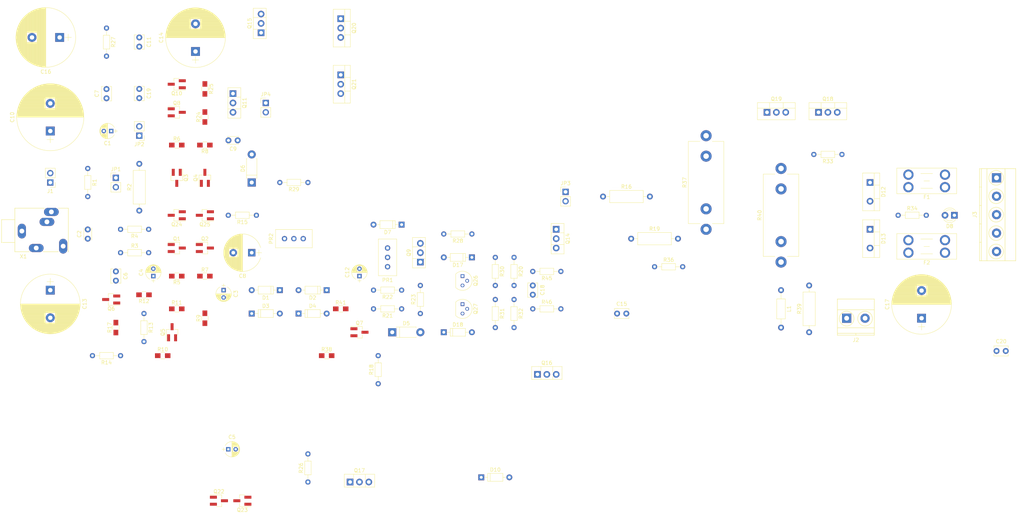
<source format=kicad_pcb>
(kicad_pcb (version 4) (host pcbnew 4.0.7)
  (layers (0 F.Cu mixed) (31 B.Cu mixed) (34 B.Paste user) (35 F.Paste user) (36 B.SilkS user) (37 F.SilkS user) (38 B.Mask user) (39 F.Mask user) (44 Edge.Cuts user))
  (net 0 "")
  (net 1 "Net-(C1-Pad1)")
  (net 2 "Net-(C1-Pad2)")
  (net 3 "Net-(C2-Pad1)")
  (net 4 GND)
  (net 5 "Net-(C3-Pad1)")
  (net 6 "Net-(C3-Pad2)")
  (net 7 "Net-(C13-Pad1)")
  (net 8 "Net-(C4-Pad2)")
  (net 9 "Net-(C5-Pad2)")
  (net 10 "Net-(C10-Pad2)")
  (net 11 "Net-(C8-Pad1)")
  (net 12 "Net-(C9-Pad1)")
  (net 13 "Net-(C9-Pad2)")
  (net 14 "Net-(C11-Pad1)")
  (net 15 "Net-(C12-Pad1)")
  (net 16 "Net-(C12-Pad2)")
  (net 17 "Net-(C15-Pad1)")
  (net 18 +VCC_15V)
  (net 19 VEE_-15V)
  (net 20 "Net-(C18-Pad1)")
  (net 21 "Net-(C18-Pad2)")
  (net 22 "Net-(D1-Pad1)")
  (net 23 "Net-(D3-Pad2)")
  (net 24 "Net-(D10-Pad2)")
  (net 25 "Net-(D5-Pad2)")
  (net 26 "Net-(D6-Pad2)")
  (net 27 "Net-(D7-Pad2)")
  (net 28 "Net-(D8-Pad2)")
  (net 29 "Net-(D10-Pad1)")
  (net 30 "Net-(D12-Pad1)")
  (net 31 "Net-(D13-Pad2)")
  (net 32 "Net-(D17-Pad1)")
  (net 33 "Net-(D17-Pad2)")
  (net 34 "Net-(D18-Pad1)")
  (net 35 "Net-(D18-Pad2)")
  (net 36 +VCC_40V)
  (net 37 VEE_-40V)
  (net 38 "Net-(J2-Pad1)")
  (net 39 "Net-(JP2-Pad1)")
  (net 40 "Net-(JP3-Pad1)")
  (net 41 "Net-(JP3-Pad2)")
  (net 42 "Net-(PR1-Pad1)")
  (net 43 "Net-(PR2-Pad2)")
  (net 44 "Net-(Q1-Pad2)")
  (net 45 "Net-(Q1-Pad3)")
  (net 46 "Net-(Q2-Pad2)")
  (net 47 "Net-(Q2-Pad3)")
  (net 48 "Net-(Q22-Pad2)")
  (net 49 "Net-(Q3-Pad2)")
  (net 50 "Net-(Q4-Pad2)")
  (net 51 "Net-(Q23-Pad2)")
  (net 52 "Net-(Q5-Pad2)")
  (net 53 "Net-(Q5-Pad3)")
  (net 54 "Net-(Q6-Pad1)")
  (net 55 "Net-(Q6-Pad3)")
  (net 56 "Net-(Q7-Pad2)")
  (net 57 "Net-(Q8-Pad1)")
  (net 58 "Net-(Q9-Pad1)")
  (net 59 "Net-(Q10-Pad2)")
  (net 60 "Net-(Q11-Pad3)")
  (net 61 "Net-(Q16-Pad3)")
  (net 62 "Net-(Q17-Pad3)")
  (net 63 "Net-(Q19-Pad3)")
  (net 64 "Net-(Q20-Pad3)")
  (net 65 "Net-(Q22-Pad1)")
  (net 66 "Net-(Q26-Pad2)")
  (net 67 "Net-(Q27-Pad2)")
  (net 68 "Net-(R3-Pad2)")
  (net 69 "Net-(R11-Pad2)")
  (net 70 "Net-(R20-Pad2)")
  (module Capacitors_THT:CP_Radial_D4.0mm_P2.00mm (layer F.Cu) (at 34.29 24.13 180)
    (fp_text reference C1 (at 1 -3.31 180) (layer F.SilkS))
    (fp_text value 47u)
    (pad 1 thru_hole rect (at 0 0 180) (size 1.2 1.2) (drill 0.6) (layers *.Cu *.Mask) (net 1 "Net-(C1-Pad1)"))
    (pad 2 thru_hole circle (at 2 0 180) (size 1.2 1.2) (drill 0.6) (layers *.Cu *.Mask) (net 2 "Net-(C1-Pad2)"))
  )
  (module Capacitors_THT:C_Disc_D3.0mm_W2.0mm_P2.50mm (layer F.Cu) (at 27.94 53.34 90)
    (fp_text reference C2 (at 1.25 -2.31 90) (layer F.SilkS))
    (fp_text value 0.3n)
    (pad 1 thru_hole circle (at 0 0 90) (size 1.6 1.6) (drill 0.8) (layers *.Cu *.Mask) (net 3 "Net-(C2-Pad1)"))
    (pad 2 thru_hole circle (at 2.5 0 90) (size 1.6 1.6) (drill 0.8) (layers *.Cu *.Mask) (net 4 GND))
  )
  (module Capacitors_THT:CP_Radial_D4.0mm_P2.00mm (layer F.Cu) (at 64.77 67.31 270)
    (fp_text reference C3 (at 1 -3.31 270) (layer F.SilkS))
    (fp_text value 100u)
    (pad 1 thru_hole rect (at 0 0 270) (size 1.2 1.2) (drill 0.6) (layers *.Cu *.Mask) (net 5 "Net-(C3-Pad1)"))
    (pad 2 thru_hole circle (at 2 0 270) (size 1.2 1.2) (drill 0.6) (layers *.Cu *.Mask) (net 6 "Net-(C3-Pad2)"))
  )
  (module Capacitors_THT:CP_Radial_D4.0mm_P2.00mm (layer F.Cu) (at 45.72 63.5 90)
    (fp_text reference C4 (at 1 -3.31 90) (layer F.SilkS))
    (fp_text value 47u)
    (pad 1 thru_hole rect (at 0 0 90) (size 1.2 1.2) (drill 0.6) (layers *.Cu *.Mask) (net 7 "Net-(C13-Pad1)"))
    (pad 2 thru_hole circle (at 2 0 90) (size 1.2 1.2) (drill 0.6) (layers *.Cu *.Mask) (net 8 "Net-(C4-Pad2)"))
  )
  (module Capacitors_THT:CP_Radial_D4.0mm_P2.00mm (layer F.Cu) (at 66.04 110.49)
    (fp_text reference C5 (at 1 -3.31) (layer F.SilkS))
    (fp_text value 47u)
    (pad 1 thru_hole rect (at 0 0) (size 1.2 1.2) (drill 0.6) (layers *.Cu *.Mask) (net 7 "Net-(C13-Pad1)"))
    (pad 2 thru_hole circle (at 2 0) (size 1.2 1.2) (drill 0.6) (layers *.Cu *.Mask) (net 9 "Net-(C5-Pad2)"))
  )
  (module Capacitors_THT:C_Disc_D3.8mm_W2.6mm_P2.50mm (layer F.Cu) (at 35.56 62.23 270)
    (fp_text reference C6 (at 1.25 -2.61 270) (layer F.SilkS))
    (fp_text value 100n)
    (pad 1 thru_hole circle (at 0 0 270) (size 1.6 1.6) (drill 0.8) (layers *.Cu *.Mask) (net 7 "Net-(C13-Pad1)"))
    (pad 2 thru_hole circle (at 2.5 0 270) (size 1.6 1.6) (drill 0.8) (layers *.Cu *.Mask) (net 4 GND))
  )
  (module Capacitors_THT:C_Disc_D3.8mm_W2.6mm_P2.50mm (layer F.Cu) (at 33.02 15.24 90)
    (fp_text reference C7 (at 1.25 -2.61 90) (layer F.SilkS))
    (fp_text value 100n)
    (pad 1 thru_hole circle (at 0 0 90) (size 1.6 1.6) (drill 0.8) (layers *.Cu *.Mask) (net 4 GND))
    (pad 2 thru_hole circle (at 2.5 0 90) (size 1.6 1.6) (drill 0.8) (layers *.Cu *.Mask) (net 10 "Net-(C10-Pad2)"))
  )
  (module Capacitors_THT:CP_Radial_D10.0mm_P5.00mm (layer F.Cu) (at 72.39 57.15 180)
    (fp_text reference C8 (at 2.5 -6.31 180) (layer F.SilkS))
    (fp_text value 1000u)
    (pad 1 thru_hole rect (at 0 0 180) (size 2 2) (drill 1) (layers *.Cu *.Mask) (net 11 "Net-(C8-Pad1)"))
    (pad 2 thru_hole circle (at 5 0 180) (size 2 2) (drill 1) (layers *.Cu *.Mask) (net 4 GND))
  )
  (module Capacitors_THT:C_Disc_D3.0mm_W2.0mm_P2.50mm (layer F.Cu) (at 68.58 26.67 180)
    (fp_text reference C9 (at 1.25 -2.31 180) (layer F.SilkS))
    (fp_text value 33p)
    (pad 1 thru_hole circle (at 0 0 180) (size 1.6 1.6) (drill 0.8) (layers *.Cu *.Mask) (net 12 "Net-(C9-Pad1)"))
    (pad 2 thru_hole circle (at 2.5 0 180) (size 1.6 1.6) (drill 0.8) (layers *.Cu *.Mask) (net 13 "Net-(C9-Pad2)"))
  )
  (module Capacitors_THT:CP_Radial_D18.0mm_P7.50mm (layer F.Cu) (at 17.78 24.13 90)
    (fp_text reference C10 (at 3.75 -10.31 90) (layer F.SilkS))
    (fp_text value 1000u)
    (pad 1 thru_hole rect (at 0 0 90) (size 2.4 2.4) (drill 1.2) (layers *.Cu *.Mask) (net 4 GND))
    (pad 2 thru_hole circle (at 7.5 0 90) (size 2.4 2.4) (drill 1.2) (layers *.Cu *.Mask) (net 10 "Net-(C10-Pad2)"))
  )
  (module Capacitors_THT:C_Disc_D3.8mm_W2.6mm_P2.50mm (layer F.Cu) (at 41.91 -1.27 270)
    (fp_text reference C11 (at 1.25 -2.61 270) (layer F.SilkS))
    (fp_text value 100n)
    (pad 1 thru_hole circle (at 0 0 270) (size 1.6 1.6) (drill 0.8) (layers *.Cu *.Mask) (net 14 "Net-(C11-Pad1)"))
    (pad 2 thru_hole circle (at 2.5 0 270) (size 1.6 1.6) (drill 0.8) (layers *.Cu *.Mask) (net 4 GND))
  )
  (module Capacitors_THT:CP_Radial_D4.0mm_P2.00mm (layer F.Cu) (at 101.6 63.5 90)
    (fp_text reference C12 (at 1 -3.31 90) (layer F.SilkS))
    (fp_text value 47u)
    (pad 1 thru_hole rect (at 0 0 90) (size 1.2 1.2) (drill 0.6) (layers *.Cu *.Mask) (net 15 "Net-(C12-Pad1)"))
    (pad 2 thru_hole circle (at 2 0 90) (size 1.2 1.2) (drill 0.6) (layers *.Cu *.Mask) (net 16 "Net-(C12-Pad2)"))
  )
  (module Capacitors_THT:CP_Radial_D16.0mm_P7.50mm (layer F.Cu) (at 17.78 67.31 270)
    (fp_text reference C13 (at 3.75 -9.31 270) (layer F.SilkS))
    (fp_text value 220u)
    (pad 1 thru_hole rect (at 0 0 270) (size 2.4 2.4) (drill 1.2) (layers *.Cu *.Mask) (net 7 "Net-(C13-Pad1)"))
    (pad 2 thru_hole circle (at 7.5 0 270) (size 2.4 2.4) (drill 1.2) (layers *.Cu *.Mask) (net 4 GND))
  )
  (module Capacitors_THT:CP_Radial_D16.0mm_P7.50mm (layer F.Cu) (at 57.15 2.54 90)
    (fp_text reference C14 (at 3.75 -9.31 90) (layer F.SilkS))
    (fp_text value 220u)
    (pad 1 thru_hole rect (at 0 0 90) (size 2.4 2.4) (drill 1.2) (layers *.Cu *.Mask) (net 4 GND))
    (pad 2 thru_hole circle (at 7.5 0 90) (size 2.4 2.4) (drill 1.2) (layers *.Cu *.Mask) (net 14 "Net-(C11-Pad1)"))
  )
  (module Capacitors_THT:C_Disc_D3.8mm_W2.6mm_P2.50mm (layer F.Cu) (at 171.45 73.66)
    (fp_text reference C15 (at 1.25 -2.61) (layer F.SilkS))
    (fp_text value 100n)
    (pad 1 thru_hole circle (at 0 0) (size 1.6 1.6) (drill 0.8) (layers *.Cu *.Mask) (net 17 "Net-(C15-Pad1)"))
    (pad 2 thru_hole circle (at 2.5 0) (size 1.6 1.6) (drill 0.8) (layers *.Cu *.Mask) (net 4 GND))
  )
  (module Capacitors_THT:CP_Radial_D16.0mm_P7.50mm (layer F.Cu) (at 20.32 -1.27 180)
    (fp_text reference C16 (at 3.75 -9.31 180) (layer F.SilkS))
    (fp_text value 220u)
    (pad 1 thru_hole rect (at 0 0 180) (size 2.4 2.4) (drill 1.2) (layers *.Cu *.Mask) (net 18 +VCC_15V))
    (pad 2 thru_hole circle (at 7.5 0 180) (size 2.4 2.4) (drill 1.2) (layers *.Cu *.Mask) (net 4 GND))
  )
  (module Capacitors_THT:CP_Radial_D16.0mm_P7.50mm (layer F.Cu) (at 254 74.93 90)
    (fp_text reference C17 (at 3.75 -9.31 90) (layer F.SilkS))
    (fp_text value 220u)
    (pad 1 thru_hole rect (at 0 0 90) (size 2.4 2.4) (drill 1.2) (layers *.Cu *.Mask) (net 4 GND))
    (pad 2 thru_hole circle (at 7.5 0 90) (size 2.4 2.4) (drill 1.2) (layers *.Cu *.Mask) (net 19 VEE_-15V))
  )
  (module Capacitors_THT:C_Disc_D3.8mm_W2.6mm_P2.50mm (layer F.Cu) (at 148.59 66.04 270)
    (fp_text reference C18 (at 1.25 -2.61 270) (layer F.SilkS))
    (fp_text value 100n)
    (pad 1 thru_hole circle (at 0 0 270) (size 1.6 1.6) (drill 0.8) (layers *.Cu *.Mask) (net 20 "Net-(C18-Pad1)"))
    (pad 2 thru_hole circle (at 2.5 0 270) (size 1.6 1.6) (drill 0.8) (layers *.Cu *.Mask) (net 21 "Net-(C18-Pad2)"))
  )
  (module Capacitors_THT:C_Disc_D3.8mm_W2.6mm_P2.50mm (layer F.Cu) (at 41.91 12.7 270)
    (fp_text reference C19 (at 1.25 -2.61 270) (layer F.SilkS))
    (fp_text value 100n)
    (pad 1 thru_hole circle (at 0 0 270) (size 1.6 1.6) (drill 0.8) (layers *.Cu *.Mask) (net 18 +VCC_15V))
    (pad 2 thru_hole circle (at 2.5 0 270) (size 1.6 1.6) (drill 0.8) (layers *.Cu *.Mask) (net 4 GND))
  )
  (module Capacitors_THT:C_Disc_D3.8mm_W2.6mm_P2.50mm (layer F.Cu) (at 274.32 83.82)
    (fp_text reference C20 (at 1.25 -2.61) (layer F.SilkS))
    (fp_text value 100n)
    (pad 1 thru_hole circle (at 0 0) (size 1.6 1.6) (drill 0.8) (layers *.Cu *.Mask) (net 19 VEE_-15V))
    (pad 2 thru_hole circle (at 2.5 0) (size 1.6 1.6) (drill 0.8) (layers *.Cu *.Mask) (net 4 GND))
  )
  (module Diodes_THT:D_DO-35_SOD27_P7.62mm_Horizontal (layer F.Cu) (at 80.01 67.31 180)
    (fp_text reference D1 (at 3.81 -2.06 180) (layer F.SilkS))
    (fp_text value 1N4148)
    (pad 1 thru_hole rect (at 0 0 180) (size 1.6 1.6) (drill 0.8) (layers *.Cu *.Mask) (net 22 "Net-(D1-Pad1)"))
    (pad 2 thru_hole oval (at 7.62 0 180) (size 1.6 1.6) (drill 0.8) (layers *.Cu *.Mask) (net 11 "Net-(C8-Pad1)"))
  )
  (module Diodes_THT:D_DO-35_SOD27_P7.62mm_Horizontal (layer F.Cu) (at 92.71 67.31 180)
    (fp_text reference D2 (at 3.81 -2.06 180) (layer F.SilkS))
    (fp_text value 1N4148)
    (pad 1 thru_hole rect (at 0 0 180) (size 1.6 1.6) (drill 0.8) (layers *.Cu *.Mask) (net 4 GND))
    (pad 2 thru_hole oval (at 7.62 0 180) (size 1.6 1.6) (drill 0.8) (layers *.Cu *.Mask) (net 22 "Net-(D1-Pad1)"))
  )
  (module Diodes_THT:D_DO-35_SOD27_P7.62mm_Horizontal (layer F.Cu) (at 72.39 73.66)
    (fp_text reference D3 (at 3.81 -2.06) (layer F.SilkS))
    (fp_text value 1N4148)
    (pad 1 thru_hole rect (at 0 0) (size 1.6 1.6) (drill 0.8) (layers *.Cu *.Mask) (net 11 "Net-(C8-Pad1)"))
    (pad 2 thru_hole oval (at 7.62 0) (size 1.6 1.6) (drill 0.8) (layers *.Cu *.Mask) (net 23 "Net-(D3-Pad2)"))
  )
  (module Diodes_THT:D_DO-35_SOD27_P7.62mm_Horizontal (layer F.Cu) (at 85.09 73.66)
    (fp_text reference D4 (at 3.81 -2.06) (layer F.SilkS))
    (fp_text value 1N4148)
    (pad 1 thru_hole rect (at 0 0) (size 1.6 1.6) (drill 0.8) (layers *.Cu *.Mask) (net 23 "Net-(D3-Pad2)"))
    (pad 2 thru_hole oval (at 7.62 0) (size 1.6 1.6) (drill 0.8) (layers *.Cu *.Mask) (net 4 GND))
  )
  (module Diodes_THT:D_DO-41_SOD81_P7.62mm_Horizontal (layer F.Cu) (at 110.49 78.74)
    (fp_text reference D5 (at 3.81 -2.41) (layer F.SilkS))
    (fp_text value 1N4728)
    (pad 1 thru_hole rect (at 0 0) (size 2.2 2.2) (drill 1.1) (layers *.Cu *.Mask) (net 24 "Net-(D10-Pad2)"))
    (pad 2 thru_hole oval (at 7.62 0) (size 2.2 2.2) (drill 1.1) (layers *.Cu *.Mask) (net 25 "Net-(D5-Pad2)"))
  )
  (module Diodes_THT:D_DO-41_SOD81_P7.62mm_Horizontal (layer F.Cu) (at 72.39 38.1 90)
    (fp_text reference D6 (at 3.81 -2.41 90) (layer F.SilkS))
    (fp_text value 1N4728)
    (pad 1 thru_hole rect (at 0 0 90) (size 2.2 2.2) (drill 1.1) (layers *.Cu *.Mask) (net 16 "Net-(C12-Pad2)"))
    (pad 2 thru_hole oval (at 7.62 0 90) (size 2.2 2.2) (drill 1.1) (layers *.Cu *.Mask) (net 26 "Net-(D6-Pad2)"))
  )
  (module Diodes_THT:D_DO-35_SOD27_P7.62mm_Horizontal (layer F.Cu) (at 113.03 49.53 180)
    (fp_text reference D7 (at 3.81 -2.06 180) (layer F.SilkS))
    (fp_text value 1N4148)
    (pad 1 thru_hole rect (at 0 0 180) (size 1.6 1.6) (drill 0.8) (layers *.Cu *.Mask) (net 26 "Net-(D6-Pad2)"))
    (pad 2 thru_hole oval (at 7.62 0 180) (size 1.6 1.6) (drill 0.8) (layers *.Cu *.Mask) (net 27 "Net-(D7-Pad2)"))
  )
  (module LEDs:LED_D3.0mm (layer F.Cu) (at 262.89 46.99 180)
    (fp_text reference D8 (at 1.27 -2.96 180) (layer F.SilkS))
    (fp_text value LED)
    (pad 1 thru_hole rect (at 0 0 180) (size 1.8 1.8) (drill 0.9) (layers *.Cu *.Mask) (net 4 GND))
    (pad 2 thru_hole circle (at 2.54 0 180) (size 1.8 1.8) (drill 0.9) (layers *.Cu *.Mask) (net 28 "Net-(D8-Pad2)"))
  )
  (module Diodes_THT:D_DO-35_SOD27_P7.62mm_Horizontal (layer F.Cu) (at 134.62 118.11)
    (fp_text reference D10 (at 3.81 -2.06) (layer F.SilkS))
    (fp_text value 1N4148)
    (pad 1 thru_hole rect (at 0 0) (size 1.6 1.6) (drill 0.8) (layers *.Cu *.Mask) (net 29 "Net-(D10-Pad1)"))
    (pad 2 thru_hole oval (at 7.62 0) (size 1.6 1.6) (drill 0.8) (layers *.Cu *.Mask) (net 24 "Net-(D10-Pad2)"))
  )
  (module TO_SOT_Packages_THT:TO-220-2_Vertical (layer F.Cu) (at 240.03 38.1 270)
    (fp_text reference D12 (at 2.54 -3.62 270) (layer F.SilkS))
    (fp_text value MUR860)
    (pad 1 thru_hole rect (at 0 0 270) (size 1.8 1.8) (drill 1) (layers *.Cu *.Mask) (net 30 "Net-(D12-Pad1)"))
    (pad 2 thru_hole oval (at 5.08 0 270) (size 1.8 1.8) (drill 1) (layers *.Cu *.Mask) (net 18 +VCC_15V))
  )
  (module TO_SOT_Packages_THT:TO-220-2_Vertical (layer F.Cu) (at 240.03 50.8 270)
    (fp_text reference D13 (at 2.54 -3.62 270) (layer F.SilkS))
    (fp_text value MUR860)
    (pad 1 thru_hole rect (at 0 0 270) (size 1.8 1.8) (drill 1) (layers *.Cu *.Mask) (net 19 VEE_-15V))
    (pad 2 thru_hole oval (at 5.08 0 270) (size 1.8 1.8) (drill 1) (layers *.Cu *.Mask) (net 31 "Net-(D13-Pad2)"))
  )
  (module Diodes_THT:D_DO-35_SOD27_P7.62mm_Horizontal (layer F.Cu) (at 132.08 58.42 180)
    (fp_text reference D17 (at 3.81 -2.06 180) (layer F.SilkS))
    (fp_text value 1N4148)
    (pad 1 thru_hole rect (at 0 0 180) (size 1.6 1.6) (drill 0.8) (layers *.Cu *.Mask) (net 32 "Net-(D17-Pad1)"))
    (pad 2 thru_hole oval (at 7.62 0 180) (size 1.6 1.6) (drill 0.8) (layers *.Cu *.Mask) (net 33 "Net-(D17-Pad2)"))
  )
  (module Diodes_THT:D_DO-35_SOD27_P7.62mm_Horizontal (layer F.Cu) (at 124.46 78.74)
    (fp_text reference D18 (at 3.81 -2.06) (layer F.SilkS))
    (fp_text value 1N4148)
    (pad 1 thru_hole rect (at 0 0) (size 1.6 1.6) (drill 0.8) (layers *.Cu *.Mask) (net 34 "Net-(D18-Pad1)"))
    (pad 2 thru_hole oval (at 7.62 0) (size 1.6 1.6) (drill 0.8) (layers *.Cu *.Mask) (net 35 "Net-(D18-Pad2)"))
  )
  (module Fuse_Holders_and_Fuses:BladeFuse-Mini_Keystone_3568 (layer F.Cu) (at 260.35 39.37 180)
    (fp_text reference F1 (at 4.96 -2.67 180) (layer F.SilkS))
    (fp_text value Fuse)
    (pad 1 thru_hole circle (at 0 0 180) (size 2.78 2.78) (drill 1.78) (layers *.Cu *.Mask) (net 36 +VCC_40V))
    (pad 1 thru_hole circle (at 0 3.4 180) (size 2.78 2.78) (drill 1.78) (layers *.Cu *.Mask) (net 36 +VCC_40V))
    (pad 2 thru_hole circle (at 9.92 0 180) (size 2.78 2.78) (drill 1.78) (layers *.Cu *.Mask) (net 7 "Net-(C13-Pad1)"))
    (pad 2 thru_hole circle (at 9.92 3.4 180) (size 2.78 2.78) (drill 1.78) (layers *.Cu *.Mask) (net 7 "Net-(C13-Pad1)"))
  )
  (module Fuse_Holders_and_Fuses:BladeFuse-Mini_Keystone_3568 (layer F.Cu) (at 260.35 57.15 180)
    (fp_text reference F2 (at 4.96 -2.67 180) (layer F.SilkS))
    (fp_text value Fuse)
    (pad 1 thru_hole circle (at 0 0 180) (size 2.78 2.78) (drill 1.78) (layers *.Cu *.Mask) (net 37 VEE_-40V))
    (pad 1 thru_hole circle (at 0 3.4 180) (size 2.78 2.78) (drill 1.78) (layers *.Cu *.Mask) (net 37 VEE_-40V))
    (pad 2 thru_hole circle (at 9.92 0 180) (size 2.78 2.78) (drill 1.78) (layers *.Cu *.Mask) (net 14 "Net-(C11-Pad1)"))
    (pad 2 thru_hole circle (at 9.92 3.4 180) (size 2.78 2.78) (drill 1.78) (layers *.Cu *.Mask) (net 14 "Net-(C11-Pad1)"))
  )
  (module Pin_Headers:Pin_Header_Straight_1x02_Pitch2.54mm (layer F.Cu) (at 17.78 38.1 180)
    (fp_text reference J1 (at 0 -2.33 180) (layer F.SilkS))
    (fp_text value Conn_IN)
    (pad 1 thru_hole rect (at 0 0 180) (size 1.7 1.7) (drill 1) (layers *.Cu *.Mask) (net 2 "Net-(C1-Pad2)"))
    (pad 2 thru_hole oval (at 0 2.54 180) (size 1.7 1.7) (drill 1) (layers *.Cu *.Mask) (net 4 GND))
  )
  (module TerminalBlocks_Phoenix:TerminalBlock_Phoenix_MKDS1.5-2pol (layer F.Cu) (at 233.68 74.93)
    (fp_text reference J2 (at 2.5 5.9) (layer F.SilkS))
    (fp_text value LOAD_CONN)
    (pad 1 thru_hole rect (at 0 0) (size 2.5 2.5) (drill 1.3) (layers *.Cu *.Mask) (net 38 "Net-(J2-Pad1)"))
    (pad 2 thru_hole circle (at 5 0) (size 2.5 2.5) (drill 1.3) (layers *.Cu *.Mask) (net 4 GND))
  )
  (module TerminalBlocks_Phoenix:TerminalBlock_Phoenix_MKDS1.5-5pol (layer F.Cu) (at 274.32 36.83 270)
    (fp_text reference J3 (at 10 5.9 270) (layer F.SilkS))
    (fp_text value SUPPLY_CONN)
    (pad 5 thru_hole circle (at 20 0 270) (size 2.5 2.5) (drill 1.3) (layers *.Cu *.Mask) (net 37 VEE_-40V))
    (pad 4 thru_hole circle (at 15 0 270) (size 2.5 2.5) (drill 1.3) (layers *.Cu *.Mask) (net 19 VEE_-15V))
    (pad 3 thru_hole circle (at 10 0 270) (size 2.5 2.5) (drill 1.3) (layers *.Cu *.Mask) (net 4 GND))
    (pad 1 thru_hole rect (at 0 0 270) (size 2.5 2.5) (drill 1.3) (layers *.Cu *.Mask) (net 36 +VCC_40V))
    (pad 2 thru_hole circle (at 5 0 270) (size 2.5 2.5) (drill 1.3) (layers *.Cu *.Mask) (net 18 +VCC_15V))
  )
  (module Pin_Headers:Pin_Header_Straight_1x02_Pitch2.54mm (layer F.Cu) (at 35.56 36.83)
    (fp_text reference JP1 (at 0 -2.33) (layer F.SilkS))
    (fp_text value Jumper_NO_Small)
    (pad 1 thru_hole rect (at 0 0) (size 1.7 1.7) (drill 1) (layers *.Cu *.Mask) (net 2 "Net-(C1-Pad2)"))
    (pad 2 thru_hole oval (at 0 2.54) (size 1.7 1.7) (drill 1) (layers *.Cu *.Mask) (net 4 GND))
  )
  (module Pin_Headers:Pin_Header_Straight_1x02_Pitch2.54mm (layer F.Cu) (at 41.91 25.4 180)
    (fp_text reference JP2 (at 0 -2.33 180) (layer F.SilkS))
    (fp_text value Diff_Stage_Jumper)
    (pad 1 thru_hole rect (at 0 0 180) (size 1.7 1.7) (drill 1) (layers *.Cu *.Mask) (net 39 "Net-(JP2-Pad1)"))
    (pad 2 thru_hole oval (at 0 2.54 180) (size 1.7 1.7) (drill 1) (layers *.Cu *.Mask) (net 13 "Net-(C9-Pad2)"))
  )
  (module Pin_Headers:Pin_Header_Straight_1x02_Pitch2.54mm (layer F.Cu) (at 157.48 40.64)
    (fp_text reference JP3 (at 0 -2.33) (layer F.SilkS))
    (fp_text value Feedback_Jumper)
    (pad 1 thru_hole rect (at 0 0) (size 1.7 1.7) (drill 1) (layers *.Cu *.Mask) (net 40 "Net-(JP3-Pad1)"))
    (pad 2 thru_hole oval (at 0 2.54) (size 1.7 1.7) (drill 1) (layers *.Cu *.Mask) (net 41 "Net-(JP3-Pad2)"))
  )
  (module Pin_Headers:Pin_Header_Straight_1x02_Pitch2.54mm (layer F.Cu) (at 76.2 16.51)
    (fp_text reference JP4 (at 0 -2.33) (layer F.SilkS))
    (fp_text value 2nd_Stage_Jumper)
    (pad 1 thru_hole rect (at 0 0) (size 1.7 1.7) (drill 1) (layers *.Cu *.Mask) (net 12 "Net-(C9-Pad1)"))
    (pad 2 thru_hole oval (at 0 2.54) (size 1.7 1.7) (drill 1) (layers *.Cu *.Mask) (net 26 "Net-(D6-Pad2)"))
  )
  (module Inductors_THT:L_Axial_L5.3mm_D2.2mm_P10.16mm_Horizontal_Vishay_IM-1 (layer F.Cu) (at 215.9 67.31 270)
    (fp_text reference L1 (at 5.08 -2.16 270) (layer F.SilkS))
    (fp_text value 1u)
    (pad 1 thru_hole circle (at 0 0 270) (size 1.6 1.6) (drill 0.8) (layers *.Cu *.Mask) (net 41 "Net-(JP3-Pad2)"))
    (pad 2 thru_hole oval (at 10.16 0 270) (size 1.6 1.6) (drill 0.8) (layers *.Cu *.Mask) (net 38 "Net-(J2-Pad1)"))
  )
  (module Potentiometers:Potentiometer_Trimmer_Suntan_TSR-3386C_Vertical (layer F.Cu) (at 109.22 60.96 180)
    (fp_text reference PR1 (at 0 -3.625 180) (layer F.SilkS))
    (fp_text value 1k)
    (pad 3 thru_hole circle (at 0 5.08 180) (size 1.44 1.44) (drill 0.8) (layers *.Cu *.Mask) (net 16 "Net-(C12-Pad2)"))
    (pad 2 thru_hole circle (at 0 2.54 180) (size 1.44 1.44) (drill 0.8) (layers *.Cu *.Mask) (net 16 "Net-(C12-Pad2)"))
    (pad 1 thru_hole circle (at 0 0 180) (size 1.44 1.44) (drill 0.8) (layers *.Cu *.Mask) (net 42 "Net-(PR1-Pad1)"))
  )
  (module Potentiometers:Potentiometer_Trimmer_Suntan_TSR-3386C_Vertical (layer F.Cu) (at 81.28 53.34 90)
    (fp_text reference PR2 (at 0 -3.625 90) (layer F.SilkS))
    (fp_text value 100)
    (pad 3 thru_hole circle (at 0 5.08 90) (size 1.44 1.44) (drill 0.8) (layers *.Cu *.Mask) (net 43 "Net-(PR2-Pad2)"))
    (pad 2 thru_hole circle (at 0 2.54 90) (size 1.44 1.44) (drill 0.8) (layers *.Cu *.Mask) (net 43 "Net-(PR2-Pad2)"))
    (pad 1 thru_hole circle (at 0 0 90) (size 1.44 1.44) (drill 0.8) (layers *.Cu *.Mask) (net 11 "Net-(C8-Pad1)"))
  )
  (module TO_SOT_Packages_SMD:SOT-23_Handsoldering (layer F.Cu) (at 52.07 55.88)
    (fp_text reference Q1 (at 0 -2.5) (layer F.SilkS))
    (fp_text value BC856)
    (pad 1 smd rect (at -1.5 -0.95) (size 1.9 0.8) (layers F.Cu F.Paste F.Mask) (net 3 "Net-(C2-Pad1)"))
    (pad 2 smd rect (at -1.5 0.95) (size 1.9 0.8) (layers F.Cu F.Paste F.Mask) (net 44 "Net-(Q1-Pad2)"))
    (pad 3 smd rect (at 1.5 0) (size 1.9 0.8) (layers F.Cu F.Paste F.Mask) (net 45 "Net-(Q1-Pad3)"))
  )
  (module TO_SOT_Packages_SMD:SOT-23_Handsoldering (layer F.Cu) (at 59.69 55.88)
    (fp_text reference Q2 (at 0 -2.5) (layer F.SilkS))
    (fp_text value BC856)
    (pad 1 smd rect (at -1.5 -0.95) (size 1.9 0.8) (layers F.Cu F.Paste F.Mask) (net 5 "Net-(C3-Pad1)"))
    (pad 2 smd rect (at -1.5 0.95) (size 1.9 0.8) (layers F.Cu F.Paste F.Mask) (net 46 "Net-(Q2-Pad2)"))
    (pad 3 smd rect (at 1.5 0) (size 1.9 0.8) (layers F.Cu F.Paste F.Mask) (net 47 "Net-(Q2-Pad3)"))
  )
  (module TO_SOT_Packages_SMD:SOT-23_Handsoldering (layer F.Cu) (at 52.07 36.83 270)
    (fp_text reference Q3 (at 0 -2.5 270) (layer F.SilkS))
    (fp_text value BC846)
    (pad 1 smd rect (at -1.5 -0.95 270) (size 1.9 0.8) (layers F.Cu F.Paste F.Mask) (net 48 "Net-(Q22-Pad2)"))
    (pad 2 smd rect (at -1.5 0.95 270) (size 1.9 0.8) (layers F.Cu F.Paste F.Mask) (net 49 "Net-(Q3-Pad2)"))
    (pad 3 smd rect (at 1.5 0 270) (size 1.9 0.8) (layers F.Cu F.Paste F.Mask) (net 48 "Net-(Q22-Pad2)"))
  )
  (module TO_SOT_Packages_SMD:SOT-23_Handsoldering (layer F.Cu) (at 59.69 36.83 90)
    (fp_text reference Q4 (at 0 -2.5 90) (layer F.SilkS))
    (fp_text value BC846)
    (pad 1 smd rect (at -1.5 -0.95 90) (size 1.9 0.8) (layers F.Cu F.Paste F.Mask) (net 48 "Net-(Q22-Pad2)"))
    (pad 2 smd rect (at -1.5 0.95 90) (size 1.9 0.8) (layers F.Cu F.Paste F.Mask) (net 50 "Net-(Q4-Pad2)"))
    (pad 3 smd rect (at 1.5 0 90) (size 1.9 0.8) (layers F.Cu F.Paste F.Mask) (net 51 "Net-(Q23-Pad2)"))
  )
  (module TO_SOT_Packages_SMD:SOT-23_Handsoldering (layer F.Cu) (at 50.8 78.74 90)
    (fp_text reference Q5 (at 0 -2.5 90) (layer F.SilkS))
    (fp_text value BC856)
    (pad 1 smd rect (at -1.5 -0.95 90) (size 1.9 0.8) (layers F.Cu F.Paste F.Mask) (net 8 "Net-(C4-Pad2)"))
    (pad 2 smd rect (at -1.5 0.95 90) (size 1.9 0.8) (layers F.Cu F.Paste F.Mask) (net 52 "Net-(Q5-Pad2)"))
    (pad 3 smd rect (at 1.5 0 90) (size 1.9 0.8) (layers F.Cu F.Paste F.Mask) (net 53 "Net-(Q5-Pad3)"))
  )
  (module TO_SOT_Packages_SMD:SOT-23_Handsoldering (layer F.Cu) (at 34.29 69.85 180)
    (fp_text reference Q6 (at 0 -2.5 180) (layer F.SilkS))
    (fp_text value BC856)
    (pad 1 smd rect (at -1.5 -0.95 180) (size 1.9 0.8) (layers F.Cu F.Paste F.Mask) (net 54 "Net-(Q6-Pad1)"))
    (pad 2 smd rect (at -1.5 0.95 180) (size 1.9 0.8) (layers F.Cu F.Paste F.Mask) (net 7 "Net-(C13-Pad1)"))
    (pad 3 smd rect (at 1.5 0 180) (size 1.9 0.8) (layers F.Cu F.Paste F.Mask) (net 55 "Net-(Q6-Pad3)"))
  )
  (module TO_SOT_Packages_SMD:SOT-23_Handsoldering (layer F.Cu) (at 101.6 78.74)
    (fp_text reference Q7 (at 0 -2.5) (layer F.SilkS))
    (fp_text value BC856)
    (pad 1 smd rect (at -1.5 -0.95) (size 1.9 0.8) (layers F.Cu F.Paste F.Mask) (net 55 "Net-(Q6-Pad3)"))
    (pad 2 smd rect (at -1.5 0.95) (size 1.9 0.8) (layers F.Cu F.Paste F.Mask) (net 56 "Net-(Q7-Pad2)"))
    (pad 3 smd rect (at 1.5 0) (size 1.9 0.8) (layers F.Cu F.Paste F.Mask) (net 24 "Net-(D10-Pad2)"))
  )
  (module TO_SOT_Packages_SMD:SOT-23_Handsoldering (layer F.Cu) (at 52.07 19.05)
    (fp_text reference Q8 (at 0 -2.5) (layer F.SilkS))
    (fp_text value BC846)
    (pad 1 smd rect (at -1.5 -0.95) (size 1.9 0.8) (layers F.Cu F.Paste F.Mask) (net 57 "Net-(Q8-Pad1)"))
    (pad 2 smd rect (at -1.5 0.95) (size 1.9 0.8) (layers F.Cu F.Paste F.Mask) (net 10 "Net-(C10-Pad2)"))
    (pad 3 smd rect (at 1.5 0) (size 1.9 0.8) (layers F.Cu F.Paste F.Mask) (net 13 "Net-(C9-Pad2)"))
  )
  (module TO_SOT_Packages_THT:TO-126_Vertical (layer F.Cu) (at 118.11 59.69 90)
    (fp_text reference Q9 (at 2.54 -3.12 90) (layer F.SilkS))
    (fp_text value 2SC4793)
    (pad 1 thru_hole rect (at 0 0 90) (size 1.8 1.8) (drill 1) (layers *.Cu *.Mask) (net 58 "Net-(Q9-Pad1)"))
    (pad 2 thru_hole oval (at 2.54 0 90) (size 1.8 1.8) (drill 1) (layers *.Cu *.Mask) (net 15 "Net-(C12-Pad1)"))
    (pad 3 thru_hole oval (at 5.08 0 90) (size 1.8 1.8) (drill 1) (layers *.Cu *.Mask) (net 16 "Net-(C12-Pad2)"))
  )
  (module TO_SOT_Packages_SMD:SOT-23_Handsoldering (layer F.Cu) (at 52.07 11.43 180)
    (fp_text reference Q10 (at 0 -2.5 180) (layer F.SilkS))
    (fp_text value BC846)
    (pad 1 smd rect (at -1.5 -0.95 180) (size 1.9 0.8) (layers F.Cu F.Paste F.Mask) (net 13 "Net-(C9-Pad2)"))
    (pad 2 smd rect (at -1.5 0.95 180) (size 1.9 0.8) (layers F.Cu F.Paste F.Mask) (net 59 "Net-(Q10-Pad2)"))
    (pad 3 smd rect (at 1.5 0 180) (size 1.9 0.8) (layers F.Cu F.Paste F.Mask) (net 4 GND))
  )
  (module TO_SOT_Packages_THT:TO-126_Vertical (layer F.Cu) (at 67.31 13.97 270)
    (fp_text reference Q11 (at 2.54 -3.12 270) (layer F.SilkS))
    (fp_text value 2SC4793)
    (pad 1 thru_hole rect (at 0 0 270) (size 1.8 1.8) (drill 1) (layers *.Cu *.Mask) (net 59 "Net-(Q10-Pad2)"))
    (pad 2 thru_hole oval (at 2.54 0 270) (size 1.8 1.8) (drill 1) (layers *.Cu *.Mask) (net 12 "Net-(C9-Pad1)"))
    (pad 3 thru_hole oval (at 5.08 0 270) (size 1.8 1.8) (drill 1) (layers *.Cu *.Mask) (net 60 "Net-(Q11-Pad3)"))
  )
  (module TO_SOT_Packages_THT:TO-126_Vertical (layer F.Cu) (at 154.94 50.8 270)
    (fp_text reference Q14 (at 2.54 -3.12 270) (layer F.SilkS))
    (fp_text value 2SC4793)
    (pad 1 thru_hole rect (at 0 0 270) (size 1.8 1.8) (drill 1) (layers *.Cu *.Mask) (net 33 "Net-(D17-Pad2)"))
    (pad 2 thru_hole oval (at 2.54 0 270) (size 1.8 1.8) (drill 1) (layers *.Cu *.Mask) (net 7 "Net-(C13-Pad1)"))
    (pad 3 thru_hole oval (at 5.08 0 270) (size 1.8 1.8) (drill 1) (layers *.Cu *.Mask) (net 20 "Net-(C18-Pad1)"))
  )
  (module TO_SOT_Packages_THT:TO-126_Vertical (layer F.Cu) (at 74.93 -2.54 90)
    (fp_text reference Q15 (at 2.54 -3.12 90) (layer F.SilkS))
    (fp_text value 2SA1837)
    (pad 1 thru_hole rect (at 0 0 90) (size 1.8 1.8) (drill 1) (layers *.Cu *.Mask) (net 34 "Net-(D18-Pad1)"))
    (pad 2 thru_hole oval (at 2.54 0 90) (size 1.8 1.8) (drill 1) (layers *.Cu *.Mask) (net 14 "Net-(C11-Pad1)"))
    (pad 3 thru_hole oval (at 5.08 0 90) (size 1.8 1.8) (drill 1) (layers *.Cu *.Mask) (net 21 "Net-(C18-Pad2)"))
  )
  (module TO_SOT_Packages_THT:TO-126_Vertical (layer F.Cu) (at 149.86 90.17)
    (fp_text reference Q16 (at 2.54 -3.12) (layer F.SilkS))
    (fp_text value 2SC4793)
    (pad 1 thru_hole rect (at 0 0) (size 1.8 1.8) (drill 1) (layers *.Cu *.Mask) (net 29 "Net-(D10-Pad1)"))
    (pad 2 thru_hole oval (at 2.54 0) (size 1.8 1.8) (drill 1) (layers *.Cu *.Mask) (net 7 "Net-(C13-Pad1)"))
    (pad 3 thru_hole oval (at 5.08 0) (size 1.8 1.8) (drill 1) (layers *.Cu *.Mask) (net 61 "Net-(Q16-Pad3)"))
  )
  (module TO_SOT_Packages_THT:TO-126_Vertical (layer F.Cu) (at 99.06 119.38)
    (fp_text reference Q17 (at 2.54 -3.12) (layer F.SilkS))
    (fp_text value 2SA1837)
    (pad 1 thru_hole rect (at 0 0) (size 1.8 1.8) (drill 1) (layers *.Cu *.Mask) (net 27 "Net-(D7-Pad2)"))
    (pad 2 thru_hole oval (at 2.54 0) (size 1.8 1.8) (drill 1) (layers *.Cu *.Mask) (net 14 "Net-(C11-Pad1)"))
    (pad 3 thru_hole oval (at 5.08 0) (size 1.8 1.8) (drill 1) (layers *.Cu *.Mask) (net 62 "Net-(Q17-Pad3)"))
  )
  (module TO_SOT_Packages_THT:TO-220-3_Vertical (layer F.Cu) (at 226.06 19.05)
    (fp_text reference Q18 (at 2.54 -3.62) (layer F.SilkS))
    (fp_text value 2SC5200)
    (pad 1 thru_hole rect (at 0 0) (size 1.8 1.8) (drill 1) (layers *.Cu *.Mask) (net 61 "Net-(Q16-Pad3)"))
    (pad 2 thru_hole oval (at 2.54 0) (size 1.8 1.8) (drill 1) (layers *.Cu *.Mask) (net 7 "Net-(C13-Pad1)"))
    (pad 3 thru_hole oval (at 5.08 0) (size 1.8 1.8) (drill 1) (layers *.Cu *.Mask) (net 30 "Net-(D12-Pad1)"))
  )
  (module TO_SOT_Packages_THT:TO-220-3_Vertical (layer F.Cu) (at 212.09 19.05)
    (fp_text reference Q19 (at 2.54 -3.62) (layer F.SilkS))
    (fp_text value 2SC5200)
    (pad 1 thru_hole rect (at 0 0) (size 1.8 1.8) (drill 1) (layers *.Cu *.Mask) (net 20 "Net-(C18-Pad1)"))
    (pad 2 thru_hole oval (at 2.54 0) (size 1.8 1.8) (drill 1) (layers *.Cu *.Mask) (net 30 "Net-(D12-Pad1)"))
    (pad 3 thru_hole oval (at 5.08 0) (size 1.8 1.8) (drill 1) (layers *.Cu *.Mask) (net 63 "Net-(Q19-Pad3)"))
  )
  (module TO_SOT_Packages_THT:TO-220-3_Vertical (layer F.Cu) (at 96.52 -6.35 270)
    (fp_text reference Q20 (at 2.54 -3.62 270) (layer F.SilkS))
    (fp_text value 2SA1943)
    (pad 1 thru_hole rect (at 0 0 270) (size 1.8 1.8) (drill 1) (layers *.Cu *.Mask) (net 21 "Net-(C18-Pad2)"))
    (pad 2 thru_hole oval (at 2.54 0 270) (size 1.8 1.8) (drill 1) (layers *.Cu *.Mask) (net 31 "Net-(D13-Pad2)"))
    (pad 3 thru_hole oval (at 5.08 0 270) (size 1.8 1.8) (drill 1) (layers *.Cu *.Mask) (net 64 "Net-(Q20-Pad3)"))
  )
  (module TO_SOT_Packages_THT:TO-220-3_Vertical (layer F.Cu) (at 96.52 8.89 270)
    (fp_text reference Q21 (at 2.54 -3.62 270) (layer F.SilkS))
    (fp_text value 2SA1943)
    (pad 1 thru_hole rect (at 0 0 270) (size 1.8 1.8) (drill 1) (layers *.Cu *.Mask) (net 62 "Net-(Q17-Pad3)"))
    (pad 2 thru_hole oval (at 2.54 0 270) (size 1.8 1.8) (drill 1) (layers *.Cu *.Mask) (net 14 "Net-(C11-Pad1)"))
    (pad 3 thru_hole oval (at 5.08 0 270) (size 1.8 1.8) (drill 1) (layers *.Cu *.Mask) (net 31 "Net-(D13-Pad2)"))
  )
  (module TO_SOT_Packages_SMD:SOT-23_Handsoldering (layer F.Cu) (at 63.5 124.46)
    (fp_text reference Q22 (at 0 -2.5) (layer F.SilkS))
    (fp_text value BC846)
    (pad 1 smd rect (at -1.5 -0.95) (size 1.9 0.8) (layers F.Cu F.Paste F.Mask) (net 65 "Net-(Q22-Pad1)"))
    (pad 2 smd rect (at -1.5 0.95) (size 1.9 0.8) (layers F.Cu F.Paste F.Mask) (net 48 "Net-(Q22-Pad2)"))
    (pad 3 smd rect (at 1.5 0) (size 1.9 0.8) (layers F.Cu F.Paste F.Mask) (net 39 "Net-(JP2-Pad1)"))
  )
  (module TO_SOT_Packages_SMD:SOT-23_Handsoldering (layer F.Cu) (at 69.85 124.46 180)
    (fp_text reference Q23 (at 0 -2.5 180) (layer F.SilkS))
    (fp_text value BC846)
    (pad 1 smd rect (at -1.5 -0.95 180) (size 1.9 0.8) (layers F.Cu F.Paste F.Mask) (net 65 "Net-(Q22-Pad1)"))
    (pad 2 smd rect (at -1.5 0.95 180) (size 1.9 0.8) (layers F.Cu F.Paste F.Mask) (net 51 "Net-(Q23-Pad2)"))
    (pad 3 smd rect (at 1.5 0 180) (size 1.9 0.8) (layers F.Cu F.Paste F.Mask) (net 65 "Net-(Q22-Pad1)"))
  )
  (module TO_SOT_Packages_SMD:SOT-23_Handsoldering (layer F.Cu) (at 52.07 46.99 180)
    (fp_text reference Q24 (at 0 -2.5 180) (layer F.SilkS))
    (fp_text value BC846)
    (pad 1 smd rect (at -1.5 -0.95 180) (size 1.9 0.8) (layers F.Cu F.Paste F.Mask) (net 45 "Net-(Q1-Pad3)"))
    (pad 2 smd rect (at -1.5 0.95 180) (size 1.9 0.8) (layers F.Cu F.Paste F.Mask) (net 39 "Net-(JP2-Pad1)"))
    (pad 3 smd rect (at 1.5 0 180) (size 1.9 0.8) (layers F.Cu F.Paste F.Mask) (net 44 "Net-(Q1-Pad2)"))
  )
  (module TO_SOT_Packages_SMD:SOT-23_Handsoldering (layer F.Cu) (at 59.69 46.99 180)
    (fp_text reference Q25 (at 0 -2.5 180) (layer F.SilkS))
    (fp_text value BC846)
    (pad 1 smd rect (at -1.5 -0.95 180) (size 1.9 0.8) (layers F.Cu F.Paste F.Mask) (net 47 "Net-(Q2-Pad3)"))
    (pad 2 smd rect (at -1.5 0.95 180) (size 1.9 0.8) (layers F.Cu F.Paste F.Mask) (net 65 "Net-(Q22-Pad1)"))
    (pad 3 smd rect (at 1.5 0 180) (size 1.9 0.8) (layers F.Cu F.Paste F.Mask) (net 46 "Net-(Q2-Pad2)"))
  )
  (module TO_SOT_Packages_THT:TO-92_Molded_Narrow (layer F.Cu) (at 129.54 63.5 270)
    (fp_text reference Q26 (at 1.27 -3.56 270) (layer F.SilkS))
    (fp_text value MPSA42)
    (pad 2 thru_hole circle (at 1.27 -1.27) (size 1 1) (drill 0.6) (layers *.Cu *.Mask) (net 66 "Net-(Q26-Pad2)"))
    (pad 3 thru_hole circle (at 2.54 0) (size 1 1) (drill 0.6) (layers *.Cu *.Mask) (net 32 "Net-(D17-Pad1)"))
    (pad 1 thru_hole rect (at 0 0) (size 1 1) (drill 0.6) (layers *.Cu *.Mask) (net 41 "Net-(JP3-Pad2)"))
  )
  (module TO_SOT_Packages_THT:TO-92_Molded_Narrow (layer F.Cu) (at 129.54 71.12 270)
    (fp_text reference Q27 (at 1.27 -3.56 270) (layer F.SilkS))
    (fp_text value MPSA92)
    (pad 2 thru_hole circle (at 1.27 -1.27) (size 1 1) (drill 0.6) (layers *.Cu *.Mask) (net 67 "Net-(Q27-Pad2)"))
    (pad 3 thru_hole circle (at 2.54 0) (size 1 1) (drill 0.6) (layers *.Cu *.Mask) (net 35 "Net-(D18-Pad2)"))
    (pad 1 thru_hole rect (at 0 0) (size 1 1) (drill 0.6) (layers *.Cu *.Mask) (net 41 "Net-(JP3-Pad2)"))
  )
  (module Resistors_THT:R_Axial_DIN0204_L3.6mm_D1.6mm_P7.62mm_Horizontal (layer F.Cu) (at 27.94 34.29 270)
    (fp_text reference R1 (at 3.81 -1.86 270) (layer F.SilkS))
    (fp_text value 100k)
    (pad 1 thru_hole circle (at 0 0 270) (size 1.4 1.4) (drill 0.7) (layers *.Cu *.Mask) (net 2 "Net-(C1-Pad2)"))
    (pad 2 thru_hole oval (at 7.62 0 270) (size 1.4 1.4) (drill 0.7) (layers *.Cu *.Mask) (net 4 GND))
  )
  (module Resistors_THT:R_Axial_DIN0309_L9.0mm_D3.2mm_P12.70mm_Horizontal (layer F.Cu) (at 41.91 45.72 90)
    (fp_text reference R2 (at 6.35 -2.66 90) (layer F.SilkS))
    (fp_text value 10)
    (pad 1 thru_hole circle (at 0 0 90) (size 1.6 1.6) (drill 0.8) (layers *.Cu *.Mask) (net 3 "Net-(C2-Pad1)"))
    (pad 2 thru_hole oval (at 12.7 0 90) (size 1.6 1.6) (drill 0.8) (layers *.Cu *.Mask) (net 1 "Net-(C1-Pad1)"))
  )
  (module Resistors_THT:R_Axial_DIN0204_L3.6mm_D1.6mm_P7.62mm_Horizontal (layer F.Cu) (at 36.83 57.15)
    (fp_text reference R3 (at 3.81 -1.86) (layer F.SilkS))
    (fp_text value 1.2k)
    (pad 1 thru_hole circle (at 0 0) (size 1.4 1.4) (drill 0.7) (layers *.Cu *.Mask) (net 3 "Net-(C2-Pad1)"))
    (pad 2 thru_hole oval (at 7.62 0) (size 1.4 1.4) (drill 0.7) (layers *.Cu *.Mask) (net 68 "Net-(R3-Pad2)"))
  )
  (module Resistors_THT:R_Axial_DIN0204_L3.6mm_D1.6mm_P7.62mm_Horizontal (layer F.Cu) (at 44.45 50.8 180)
    (fp_text reference R4 (at 3.81 -1.86 180) (layer F.SilkS))
    (fp_text value 1.2k)
    (pad 1 thru_hole circle (at 0 0 180) (size 1.4 1.4) (drill 0.7) (layers *.Cu *.Mask) (net 68 "Net-(R3-Pad2)"))
    (pad 2 thru_hole oval (at 7.62 0 180) (size 1.4 1.4) (drill 0.7) (layers *.Cu *.Mask) (net 4 GND))
  )
  (module Resistors_SMD:R_0805_HandSoldering (layer F.Cu) (at 52.07 63.5 180)
    (fp_text reference R5 (at 0 -1.7 180) (layer F.SilkS))
    (fp_text value 100)
    (pad 1 smd rect (at -1.35 0 180) (size 1.5 1.3) (layers F.Cu F.Paste F.Mask) (net 69 "Net-(R11-Pad2)"))
    (pad 2 smd rect (at 1.35 0 180) (size 1.5 1.3) (layers F.Cu F.Paste F.Mask) (net 44 "Net-(Q1-Pad2)"))
  )
  (module Resistors_SMD:R_0805_HandSoldering (layer F.Cu) (at 52.07 27.94)
    (fp_text reference R6 (at 0 -1.7) (layer F.SilkS))
    (fp_text value 68)
    (pad 1 smd rect (at -1.35 0) (size 1.5 1.3) (layers F.Cu F.Paste F.Mask) (net 49 "Net-(Q3-Pad2)"))
    (pad 2 smd rect (at 1.35 0) (size 1.5 1.3) (layers F.Cu F.Paste F.Mask) (net 10 "Net-(C10-Pad2)"))
  )
  (module Resistors_SMD:R_0805_HandSoldering (layer F.Cu) (at 59.69 63.5)
    (fp_text reference R7 (at 0 -1.7) (layer F.SilkS))
    (fp_text value 100)
    (pad 1 smd rect (at -1.35 0) (size 1.5 1.3) (layers F.Cu F.Paste F.Mask) (net 69 "Net-(R11-Pad2)"))
    (pad 2 smd rect (at 1.35 0) (size 1.5 1.3) (layers F.Cu F.Paste F.Mask) (net 46 "Net-(Q2-Pad2)"))
  )
  (module Resistors_SMD:R_0805_HandSoldering (layer F.Cu) (at 59.69 27.94 180)
    (fp_text reference R8 (at 0 -1.7 180) (layer F.SilkS))
    (fp_text value 68)
    (pad 1 smd rect (at -1.35 0 180) (size 1.5 1.3) (layers F.Cu F.Paste F.Mask) (net 50 "Net-(Q4-Pad2)"))
    (pad 2 smd rect (at 1.35 0 180) (size 1.5 1.3) (layers F.Cu F.Paste F.Mask) (net 10 "Net-(C10-Pad2)"))
  )
  (module Resistors_SMD:R_0805_HandSoldering (layer F.Cu) (at 59.69 74.93 90)
    (fp_text reference R9 (at 0 -1.7 90) (layer F.SilkS))
    (fp_text value 100)
    (pad 1 smd rect (at -1.35 0 90) (size 1.5 1.3) (layers F.Cu F.Paste F.Mask) (net 6 "Net-(C3-Pad2)"))
    (pad 2 smd rect (at 1.35 0 90) (size 1.5 1.3) (layers F.Cu F.Paste F.Mask) (net 68 "Net-(R3-Pad2)"))
  )
  (module Resistors_SMD:R_0805_HandSoldering (layer F.Cu) (at 48.26 85.09)
    (fp_text reference R10 (at 0 -1.7) (layer F.SilkS))
    (fp_text value 100)
    (pad 1 smd rect (at -1.35 0) (size 1.5 1.3) (layers F.Cu F.Paste F.Mask) (net 7 "Net-(C13-Pad1)"))
    (pad 2 smd rect (at 1.35 0) (size 1.5 1.3) (layers F.Cu F.Paste F.Mask) (net 52 "Net-(Q5-Pad2)"))
  )
  (module Resistors_SMD:R_0805_HandSoldering (layer F.Cu) (at 52.07 72.39)
    (fp_text reference R11 (at 0 -1.7) (layer F.SilkS))
    (fp_text value 2.2k)
    (pad 1 smd rect (at -1.35 0) (size 1.5 1.3) (layers F.Cu F.Paste F.Mask) (net 53 "Net-(Q5-Pad3)"))
    (pad 2 smd rect (at 1.35 0) (size 1.5 1.3) (layers F.Cu F.Paste F.Mask) (net 69 "Net-(R11-Pad2)"))
  )
  (module Resistors_SMD:R_0805_HandSoldering (layer F.Cu) (at 43.18 68.58 180)
    (fp_text reference R12 (at 0 -1.7 180) (layer F.SilkS))
    (fp_text value 2.2k)
    (pad 1 smd rect (at -1.35 0 180) (size 1.5 1.3) (layers F.Cu F.Paste F.Mask) (net 55 "Net-(Q6-Pad3)"))
    (pad 2 smd rect (at 1.35 0 180) (size 1.5 1.3) (layers F.Cu F.Paste F.Mask) (net 8 "Net-(C4-Pad2)"))
  )
  (module Resistors_THT:R_Axial_DIN0204_L3.6mm_D1.6mm_P7.62mm_Horizontal (layer F.Cu) (at 43.18 73.66 270)
    (fp_text reference R13 (at 3.81 -1.86 270) (layer F.SilkS))
    (fp_text value 10k)
    (pad 1 thru_hole circle (at 0 0 270) (size 1.4 1.4) (drill 0.7) (layers *.Cu *.Mask) (net 55 "Net-(Q6-Pad3)"))
    (pad 2 thru_hole oval (at 7.62 0 270) (size 1.4 1.4) (drill 0.7) (layers *.Cu *.Mask) (net 9 "Net-(C5-Pad2)"))
  )
  (module Resistors_THT:R_Axial_DIN0204_L3.6mm_D1.6mm_P7.62mm_Horizontal (layer F.Cu) (at 36.83 85.09 180)
    (fp_text reference R14 (at 3.81 -1.86 180) (layer F.SilkS))
    (fp_text value 10k)
    (pad 1 thru_hole circle (at 0 0 180) (size 1.4 1.4) (drill 0.7) (layers *.Cu *.Mask) (net 9 "Net-(C5-Pad2)"))
    (pad 2 thru_hole oval (at 7.62 0 180) (size 1.4 1.4) (drill 0.7) (layers *.Cu *.Mask) (net 4 GND))
  )
  (module Resistors_THT:R_Axial_DIN0204_L3.6mm_D1.6mm_P7.62mm_Horizontal (layer F.Cu) (at 73.66 46.99 180)
    (fp_text reference R15 (at 3.81 -1.86 180) (layer F.SilkS))
    (fp_text value 51)
    (pad 1 thru_hole circle (at 0 0 180) (size 1.4 1.4) (drill 0.7) (layers *.Cu *.Mask) (net 43 "Net-(PR2-Pad2)"))
    (pad 2 thru_hole oval (at 7.62 0 180) (size 1.4 1.4) (drill 0.7) (layers *.Cu *.Mask) (net 5 "Net-(C3-Pad1)"))
  )
  (module Resistors_THT:R_Axial_DIN0309_L9.0mm_D3.2mm_P12.70mm_Horizontal (layer F.Cu) (at 167.64 41.91)
    (fp_text reference R16 (at 6.35 -2.66) (layer F.SilkS))
    (fp_text value 2.2k)
    (pad 1 thru_hole circle (at 0 0) (size 1.6 1.6) (drill 0.8) (layers *.Cu *.Mask) (net 40 "Net-(JP3-Pad1)"))
    (pad 2 thru_hole oval (at 12.7 0) (size 1.6 1.6) (drill 0.8) (layers *.Cu *.Mask) (net 5 "Net-(C3-Pad1)"))
  )
  (module Resistors_SMD:R_0805_HandSoldering (layer F.Cu) (at 35.56 77.47 90)
    (fp_text reference R17 (at 0 -1.7 90) (layer F.SilkS))
    (fp_text value 2.2k)
    (pad 1 smd rect (at -1.35 0 90) (size 1.5 1.3) (layers F.Cu F.Paste F.Mask) (net 56 "Net-(Q7-Pad2)"))
    (pad 2 smd rect (at 1.35 0 90) (size 1.5 1.3) (layers F.Cu F.Paste F.Mask) (net 54 "Net-(Q6-Pad1)"))
  )
  (module Resistors_THT:R_Axial_DIN0204_L3.6mm_D1.6mm_P7.62mm_Horizontal (layer F.Cu) (at 106.68 92.71 90)
    (fp_text reference R18 (at 3.81 -1.86 90) (layer F.SilkS))
    (fp_text value 33)
    (pad 1 thru_hole circle (at 0 0 90) (size 1.4 1.4) (drill 0.7) (layers *.Cu *.Mask) (net 7 "Net-(C13-Pad1)"))
    (pad 2 thru_hole oval (at 7.62 0 90) (size 1.4 1.4) (drill 0.7) (layers *.Cu *.Mask) (net 56 "Net-(Q7-Pad2)"))
  )
  (module Resistors_THT:R_Axial_DIN0309_L9.0mm_D3.2mm_P12.70mm_Horizontal (layer F.Cu) (at 175.26 53.34)
    (fp_text reference R19 (at 6.35 -2.66) (layer F.SilkS))
    (fp_text value 10)
    (pad 1 thru_hole circle (at 0 0) (size 1.6 1.6) (drill 0.8) (layers *.Cu *.Mask) (net 41 "Net-(JP3-Pad2)"))
    (pad 2 thru_hole oval (at 12.7 0) (size 1.6 1.6) (drill 0.8) (layers *.Cu *.Mask) (net 17 "Net-(C15-Pad1)"))
  )
  (module Resistors_THT:R_Axial_DIN0204_L3.6mm_D1.6mm_P7.62mm_Horizontal (layer F.Cu) (at 143.51 58.42 270)
    (fp_text reference R20 (at 3.81 -1.86 270) (layer F.SilkS))
    (fp_text value 100)
    (pad 1 thru_hole circle (at 0 0 270) (size 1.4 1.4) (drill 0.7) (layers *.Cu *.Mask) (net 20 "Net-(C18-Pad1)"))
    (pad 2 thru_hole oval (at 7.62 0 270) (size 1.4 1.4) (drill 0.7) (layers *.Cu *.Mask) (net 70 "Net-(R20-Pad2)"))
  )
  (module Resistors_THT:R_Axial_DIN0204_L3.6mm_D1.6mm_P7.62mm_Horizontal (layer F.Cu) (at 113.03 72.39 180)
    (fp_text reference R21 (at 3.81 -1.86 180) (layer F.SilkS))
    (fp_text value 3.3k)
    (pad 1 thru_hole circle (at 0 0 180) (size 1.4 1.4) (drill 0.7) (layers *.Cu *.Mask) (net 25 "Net-(D5-Pad2)"))
    (pad 2 thru_hole oval (at 7.62 0 180) (size 1.4 1.4) (drill 0.7) (layers *.Cu *.Mask) (net 58 "Net-(Q9-Pad1)"))
  )
  (module Resistors_THT:R_Axial_DIN0204_L3.6mm_D1.6mm_P7.62mm_Horizontal (layer F.Cu) (at 113.03 67.31 180)
    (fp_text reference R22 (at 3.81 -1.86 180) (layer F.SilkS))
    (fp_text value 390)
    (pad 1 thru_hole circle (at 0 0 180) (size 1.4 1.4) (drill 0.7) (layers *.Cu *.Mask) (net 58 "Net-(Q9-Pad1)"))
    (pad 2 thru_hole oval (at 7.62 0 180) (size 1.4 1.4) (drill 0.7) (layers *.Cu *.Mask) (net 42 "Net-(PR1-Pad1)"))
  )
  (module Resistors_THT:R_Axial_DIN0204_L3.6mm_D1.6mm_P7.62mm_Horizontal (layer F.Cu) (at 118.11 73.66 90)
    (fp_text reference R23 (at 3.81 -1.86 90) (layer F.SilkS))
    (fp_text value 16)
    (pad 1 thru_hole circle (at 0 0 90) (size 1.4 1.4) (drill 0.7) (layers *.Cu *.Mask) (net 25 "Net-(D5-Pad2)"))
    (pad 2 thru_hole oval (at 7.62 0 90) (size 1.4 1.4) (drill 0.7) (layers *.Cu *.Mask) (net 15 "Net-(C12-Pad1)"))
  )
  (module Resistors_SMD:R_0805_HandSoldering (layer F.Cu) (at 59.69 20.32 90)
    (fp_text reference R24 (at 0 -1.7 90) (layer F.SilkS))
    (fp_text value 2.2k)
    (pad 1 smd rect (at -1.35 0 90) (size 1.5 1.3) (layers F.Cu F.Paste F.Mask) (net 60 "Net-(Q11-Pad3)"))
    (pad 2 smd rect (at 1.35 0 90) (size 1.5 1.3) (layers F.Cu F.Paste F.Mask) (net 57 "Net-(Q8-Pad1)"))
  )
  (module Resistors_SMD:R_0805_HandSoldering (layer F.Cu) (at 59.69 12.7 270)
    (fp_text reference R25 (at 0 -1.7 270) (layer F.SilkS))
    (fp_text value 2.2k)
    (pad 1 smd rect (at -1.35 0 270) (size 1.5 1.3) (layers F.Cu F.Paste F.Mask) (net 59 "Net-(Q10-Pad2)"))
    (pad 2 smd rect (at 1.35 0 270) (size 1.5 1.3) (layers F.Cu F.Paste F.Mask) (net 10 "Net-(C10-Pad2)"))
  )
  (module Resistors_THT:R_Axial_DIN0204_L3.6mm_D1.6mm_P7.62mm_Horizontal (layer F.Cu) (at 87.63 119.38 90)
    (fp_text reference R26 (at 3.81 -1.86 90) (layer F.SilkS))
    (fp_text value 10)
    (pad 1 thru_hole circle (at 0 0 90) (size 1.4 1.4) (drill 0.7) (layers *.Cu *.Mask) (net 60 "Net-(Q11-Pad3)"))
    (pad 2 thru_hole oval (at 7.62 0 90) (size 1.4 1.4) (drill 0.7) (layers *.Cu *.Mask) (net 10 "Net-(C10-Pad2)"))
  )
  (module Resistors_THT:R_Axial_DIN0204_L3.6mm_D1.6mm_P7.62mm_Horizontal (layer F.Cu) (at 33.02 -3.81 270)
    (fp_text reference R27 (at 3.81 -1.86 270) (layer F.SilkS))
    (fp_text value 10)
    (pad 1 thru_hole circle (at 0 0 270) (size 1.4 1.4) (drill 0.7) (layers *.Cu *.Mask) (net 14 "Net-(C11-Pad1)"))
    (pad 2 thru_hole oval (at 7.62 0 270) (size 1.4 1.4) (drill 0.7) (layers *.Cu *.Mask) (net 10 "Net-(C10-Pad2)"))
  )
  (module Resistors_THT:R_Axial_DIN0204_L3.6mm_D1.6mm_P7.62mm_Horizontal (layer F.Cu) (at 132.08 52.07 180)
    (fp_text reference R28 (at 3.81 -1.86 180) (layer F.SilkS))
    (fp_text value 100)
    (pad 1 thru_hole circle (at 0 0 180) (size 1.4 1.4) (drill 0.7) (layers *.Cu *.Mask) (net 33 "Net-(D17-Pad2)"))
    (pad 2 thru_hole oval (at 7.62 0 180) (size 1.4 1.4) (drill 0.7) (layers *.Cu *.Mask) (net 15 "Net-(C12-Pad1)"))
  )
  (module Resistors_THT:R_Axial_DIN0204_L3.6mm_D1.6mm_P7.62mm_Horizontal (layer F.Cu) (at 87.63 38.1 180)
    (fp_text reference R29 (at 3.81 -1.86 180) (layer F.SilkS))
    (fp_text value 100)
    (pad 1 thru_hole circle (at 0 0 180) (size 1.4 1.4) (drill 0.7) (layers *.Cu *.Mask) (net 34 "Net-(D18-Pad1)"))
    (pad 2 thru_hole oval (at 7.62 0 180) (size 1.4 1.4) (drill 0.7) (layers *.Cu *.Mask) (net 16 "Net-(C12-Pad2)"))
  )
  (module Resistors_THT:R_Axial_DIN0204_L3.6mm_D1.6mm_P7.62mm_Horizontal (layer F.Cu) (at 138.43 58.42 270)
    (fp_text reference R30 (at 3.81 -1.86 270) (layer F.SilkS))
    (fp_text value 560)
    (pad 1 thru_hole circle (at 0 0 270) (size 1.4 1.4) (drill 0.7) (layers *.Cu *.Mask) (net 66 "Net-(Q26-Pad2)"))
    (pad 2 thru_hole oval (at 7.62 0 270) (size 1.4 1.4) (drill 0.7) (layers *.Cu *.Mask) (net 41 "Net-(JP3-Pad2)"))
  )
  (module Resistors_THT:R_Axial_DIN0204_L3.6mm_D1.6mm_P7.62mm_Horizontal (layer F.Cu) (at 138.43 69.85 270)
    (fp_text reference R31 (at 3.81 -1.86 270) (layer F.SilkS))
    (fp_text value 180)
    (pad 1 thru_hole circle (at 0 0 270) (size 1.4 1.4) (drill 0.7) (layers *.Cu *.Mask) (net 41 "Net-(JP3-Pad2)"))
    (pad 2 thru_hole oval (at 7.62 0 270) (size 1.4 1.4) (drill 0.7) (layers *.Cu *.Mask) (net 67 "Net-(Q27-Pad2)"))
  )
  (module Resistors_THT:R_Axial_DIN0204_L3.6mm_D1.6mm_P7.62mm_Horizontal (layer F.Cu) (at 143.51 69.85 270)
    (fp_text reference R32 (at 3.81 -1.86 270) (layer F.SilkS))
    (fp_text value 100)
    (pad 1 thru_hole circle (at 0 0 270) (size 1.4 1.4) (drill 0.7) (layers *.Cu *.Mask) (net 70 "Net-(R20-Pad2)"))
    (pad 2 thru_hole oval (at 7.62 0 270) (size 1.4 1.4) (drill 0.7) (layers *.Cu *.Mask) (net 21 "Net-(C18-Pad2)"))
  )
  (module Resistors_THT:R_Axial_DIN0204_L3.6mm_D1.6mm_P7.62mm_Horizontal (layer F.Cu) (at 232.41 30.48 180)
    (fp_text reference R33 (at 3.81 -1.86 180) (layer F.SilkS))
    (fp_text value 100)
    (pad 1 thru_hole circle (at 0 0 180) (size 1.4 1.4) (drill 0.7) (layers *.Cu *.Mask) (net 30 "Net-(D12-Pad1)"))
    (pad 2 thru_hole oval (at 7.62 0 180) (size 1.4 1.4) (drill 0.7) (layers *.Cu *.Mask) (net 61 "Net-(Q16-Pad3)"))
  )
  (module Resistors_THT:R_Axial_DIN0204_L3.6mm_D1.6mm_P7.62mm_Horizontal (layer F.Cu) (at 247.65 46.99)
    (fp_text reference R34 (at 3.81 -1.86) (layer F.SilkS))
    (fp_text value 680)
    (pad 1 thru_hole circle (at 0 0) (size 1.4 1.4) (drill 0.7) (layers *.Cu *.Mask) (net 18 +VCC_15V))
    (pad 2 thru_hole oval (at 7.62 0) (size 1.4 1.4) (drill 0.7) (layers *.Cu *.Mask) (net 28 "Net-(D8-Pad2)"))
  )
  (module Resistors_THT:R_Axial_DIN0204_L3.6mm_D1.6mm_P7.62mm_Horizontal (layer F.Cu) (at 181.61 60.96)
    (fp_text reference R36 (at 3.81 -1.86) (layer F.SilkS))
    (fp_text value 100)
    (pad 1 thru_hole circle (at 0 0) (size 1.4 1.4) (drill 0.7) (layers *.Cu *.Mask) (net 31 "Net-(D13-Pad2)"))
    (pad 2 thru_hole oval (at 7.62 0) (size 1.4 1.4) (drill 0.7) (layers *.Cu *.Mask) (net 62 "Net-(Q17-Pad3)"))
  )
  (module Resistors_THT:R_Axial_Shunt_L22.2mm_W9.5mm_PS14.30mm_P25.40mm (layer F.Cu) (at 195.58 50.8 90)
    (fp_text reference R37 (at 12.7 -5.81 90) (layer F.SilkS))
    (fp_text value 0.22)
    (pad 1 thru_hole circle (at 0 0 90) (size 3 3) (drill 1.5) (layers *.Cu *.Mask) (net 63 "Net-(Q19-Pad3)"))
    (pad 2 thru_hole oval (at 5.55 0 90) (size 3 3) (drill 1.5) (layers *.Cu *.Mask) (net 41 "Net-(JP3-Pad2)"))
    (pad 3 thru_hole oval (at 19.85 0 90) (size 3 3) (drill 1.5) (layers *.Cu *.Mask))
    (pad 4 thru_hole oval (at 25.4 0 90) (size 3 3) (drill 1.5) (layers *.Cu *.Mask))
  )
  (module Resistors_SMD:R_0805_HandSoldering (layer F.Cu) (at 92.71 85.09)
    (fp_text reference R38 (at 0 -1.7) (layer F.SilkS))
    (fp_text value 2.2k)
    (pad 1 smd rect (at -1.35 0) (size 1.5 1.3) (layers F.Cu F.Paste F.Mask) (net 45 "Net-(Q1-Pad3)"))
    (pad 2 smd rect (at 1.35 0) (size 1.5 1.3) (layers F.Cu F.Paste F.Mask) (net 39 "Net-(JP2-Pad1)"))
  )
  (module Resistors_THT:R_Axial_DIN0309_L9.0mm_D3.2mm_P12.70mm_Horizontal (layer F.Cu) (at 223.52 78.74 90)
    (fp_text reference R39 (at 6.35 -2.66 90) (layer F.SilkS))
    (fp_text value 10)
    (pad 1 thru_hole circle (at 0 0 90) (size 1.6 1.6) (drill 0.8) (layers *.Cu *.Mask) (net 38 "Net-(J2-Pad1)"))
    (pad 2 thru_hole oval (at 12.7 0 90) (size 1.6 1.6) (drill 0.8) (layers *.Cu *.Mask) (net 41 "Net-(JP3-Pad2)"))
  )
  (module Resistors_THT:R_Axial_Shunt_L22.2mm_W9.5mm_PS14.30mm_P25.40mm (layer F.Cu) (at 215.9 59.69 90)
    (fp_text reference R40 (at 12.7 -5.81 90) (layer F.SilkS))
    (fp_text value 0.22)
    (pad 1 thru_hole circle (at 0 0 90) (size 3 3) (drill 1.5) (layers *.Cu *.Mask) (net 41 "Net-(JP3-Pad2)"))
    (pad 2 thru_hole oval (at 5.55 0 90) (size 3 3) (drill 1.5) (layers *.Cu *.Mask) (net 64 "Net-(Q20-Pad3)"))
    (pad 3 thru_hole oval (at 19.85 0 90) (size 3 3) (drill 1.5) (layers *.Cu *.Mask))
    (pad 4 thru_hole oval (at 25.4 0 90) (size 3 3) (drill 1.5) (layers *.Cu *.Mask))
  )
  (module Resistors_SMD:R_0805_HandSoldering (layer F.Cu) (at 96.52 72.39)
    (fp_text reference R41 (at 0 -1.7) (layer F.SilkS))
    (fp_text value 2.2k)
    (pad 1 smd rect (at -1.35 0) (size 1.5 1.3) (layers F.Cu F.Paste F.Mask) (net 47 "Net-(Q2-Pad3)"))
    (pad 2 smd rect (at 1.35 0) (size 1.5 1.3) (layers F.Cu F.Paste F.Mask) (net 65 "Net-(Q22-Pad1)"))
  )
  (module Resistors_THT:R_Axial_DIN0204_L3.6mm_D1.6mm_P7.62mm_Horizontal (layer F.Cu) (at 156.21 62.23 180)
    (fp_text reference R45 (at 3.81 -1.86 180) (layer F.SilkS))
    (fp_text value 330)
    (pad 1 thru_hole circle (at 0 0 180) (size 1.4 1.4) (drill 0.7) (layers *.Cu *.Mask) (net 63 "Net-(Q19-Pad3)"))
    (pad 2 thru_hole oval (at 7.62 0 180) (size 1.4 1.4) (drill 0.7) (layers *.Cu *.Mask) (net 66 "Net-(Q26-Pad2)"))
  )
  (module Resistors_THT:R_Axial_DIN0204_L3.6mm_D1.6mm_P7.62mm_Horizontal (layer F.Cu) (at 148.59 72.39)
    (fp_text reference R46 (at 3.81 -1.86) (layer F.SilkS))
    (fp_text value 100)
    (pad 1 thru_hole circle (at 0 0) (size 1.4 1.4) (drill 0.7) (layers *.Cu *.Mask) (net 67 "Net-(Q27-Pad2)"))
    (pad 2 thru_hole oval (at 7.62 0) (size 1.4 1.4) (drill 0.7) (layers *.Cu *.Mask) (net 64 "Net-(Q20-Pad3)"))
  )
  (module Connectors:Stereo_Jack_3.5mm_Switch_Ledino_KB3SPRS (layer F.Cu) (at 13.97 55.88)
    (fp_text reference X1 (at -3.5 2.3) (layer F.SilkS))
    (fp_text value Jack_IN)
    (pad 1 thru_hole oval (at 0 0) (size 4 2.2) (drill 1.3) (layers *.Cu *.Mask) (net 2 "Net-(C1-Pad2)"))
    (pad 4 thru_hole oval (at 7.3 -0.5 90) (size 4 2.2) (drill 1.3) (layers *.Cu *.Mask))
    (pad 5 thru_hole oval (at 2.9 -7.1) (size 4 2.2) (drill 1.3) (layers *.Cu *.Mask))
    (pad 2 thru_hole oval (at 4.1 -9.8) (size 4 2.2) (drill 1.3) (layers *.Cu *.Mask) (net 4 GND))
    (pad 3 thru_hole oval (at -3.9 -4.6) (size 2.2 4) (drill 1.3) (layers *.Cu *.Mask))
  )
)
</source>
